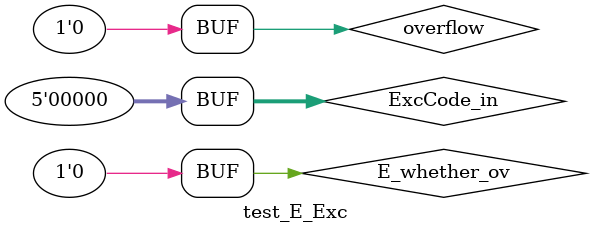
<source format=v>
`timescale 1ns / 1ps


module test_E_Exc;

	// Inputs
	reg E_whether_ov;
	reg overflow;
	reg [6:2] ExcCode_in;

	// Outputs
	wire [6:2] ExcCode_out;

	// Instantiate the Unit Under Test (UUT)
	E_Exc uut (
		.E_whether_ov(E_whether_ov), 
		.overflow(overflow), 
		.ExcCode_in(ExcCode_in), 
		.ExcCode_out(ExcCode_out)
	);

	initial begin
		// Initialize Inputs
		E_whether_ov = 0;
		overflow = 0;
		ExcCode_in = 0;

		// Wait 100 ns for global reset to finish
		#100;
        
		// Add stimulus here

	end
      
endmodule


</source>
